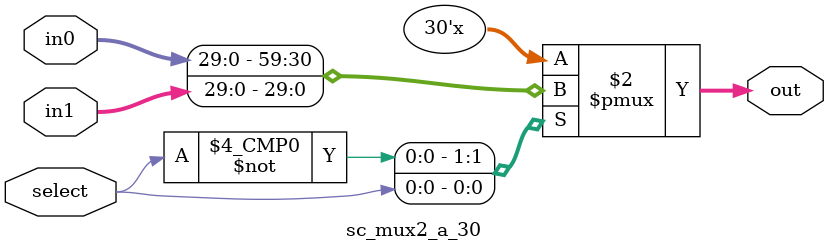
<source format=v>
module sc_mux2_a_30 (out,in0,in1,select) ;
    output [29:0] out ;
    input  [29:0] in0, in1 ;
    input select ;
    reg [29:0] out ;
	always @ (select or in0 or in1)
		case (select) 
			1'b0:	out = in0;
			1'b1:	out = in1;
			default: out = 65'hx;
		endcase
endmodule
</source>
